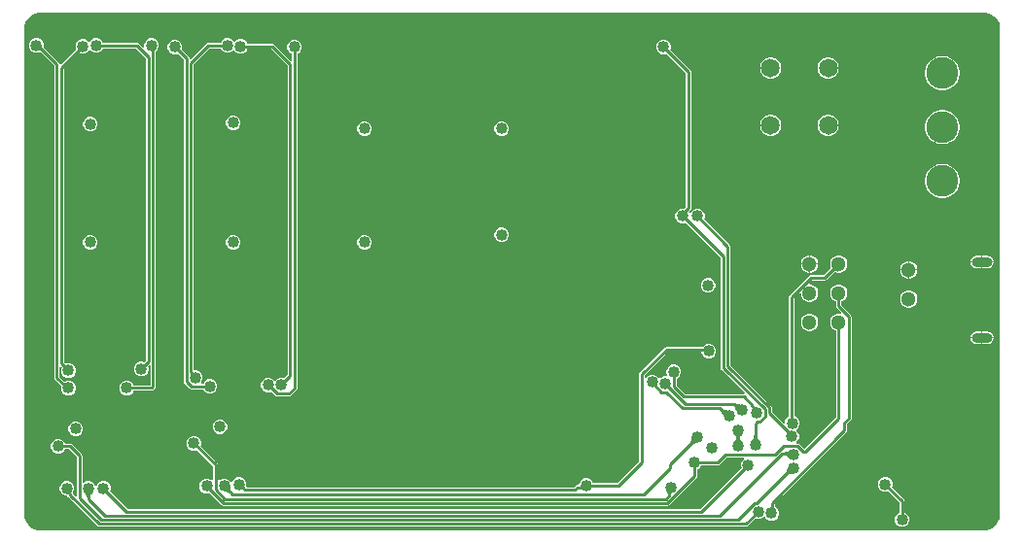
<source format=gbl>
G04*
G04 #@! TF.GenerationSoftware,Altium Limited,Altium Designer,21.0.8 (223)*
G04*
G04 Layer_Physical_Order=4*
G04 Layer_Color=16711680*
%FSLAX25Y25*%
%MOIN*%
G70*
G04*
G04 #@! TF.SameCoordinates,C5FB228B-B928-4E51-BBFA-540A54714D63*
G04*
G04*
G04 #@! TF.FilePolarity,Positive*
G04*
G01*
G75*
%ADD12C,0.01000*%
%ADD66C,0.05118*%
%ADD67C,0.10925*%
%ADD68O,0.07087X0.03543*%
%ADD69C,0.06457*%
%ADD70C,0.02400*%
%ADD71C,0.04000*%
G36*
X330000Y178218D02*
X330514D01*
X331522Y178017D01*
X332472Y177624D01*
X333326Y177053D01*
X334053Y176326D01*
X334624Y175472D01*
X335017Y174522D01*
X335218Y173514D01*
Y173000D01*
X335218Y6000D01*
Y5486D01*
X335017Y4478D01*
X334624Y3528D01*
X334053Y2674D01*
X333326Y1947D01*
X332472Y1376D01*
X331522Y982D01*
X330505Y780D01*
X329967Y768D01*
X329938Y761D01*
X329907Y764D01*
X329785Y727D01*
X329765Y722D01*
X5570D01*
X4562Y923D01*
X3613Y1316D01*
X2758Y1887D01*
X2031Y2614D01*
X1460Y3469D01*
X1067Y4419D01*
X866Y5427D01*
Y5941D01*
Y173000D01*
Y173514D01*
X1067Y174522D01*
X1460Y175472D01*
X2031Y176326D01*
X2758Y177053D01*
X3613Y177624D01*
X4562Y178017D01*
X5570Y178218D01*
X6084Y178218D01*
X330000Y178218D01*
D02*
G37*
%LPC*%
G36*
X44997Y169500D02*
X44003D01*
X43084Y169119D01*
X42381Y168416D01*
X42000Y167497D01*
Y166505D01*
X41994Y166499D01*
X41575Y166223D01*
X40149Y167649D01*
X39851Y167848D01*
X39500Y167918D01*
X27826D01*
X27619Y168416D01*
X26916Y169119D01*
X25997Y169500D01*
X25003D01*
X24084Y169119D01*
X23381Y168416D01*
X23378Y168409D01*
X22807Y168337D01*
X22276Y168868D01*
X21357Y169249D01*
X20362D01*
X19444Y168868D01*
X18740Y168165D01*
X18360Y167246D01*
Y166252D01*
X18566Y165753D01*
X13407Y160594D01*
X12866Y160760D01*
X12848Y160851D01*
X12649Y161149D01*
X7440Y166358D01*
X7500Y166503D01*
Y167497D01*
X7119Y168416D01*
X6416Y169119D01*
X5497Y169500D01*
X4503D01*
X3584Y169119D01*
X2881Y168416D01*
X2500Y167497D01*
Y166503D01*
X2881Y165584D01*
X3584Y164881D01*
X4503Y164500D01*
X5497D01*
X6349Y164853D01*
X11082Y160120D01*
Y53000D01*
X11152Y52649D01*
X11351Y52351D01*
X13560Y50142D01*
X13500Y49997D01*
Y49003D01*
X13881Y48084D01*
X14584Y47381D01*
X15503Y47000D01*
X16497D01*
X17416Y47381D01*
X18119Y48084D01*
X18500Y49003D01*
Y49997D01*
X18119Y50916D01*
X17416Y51619D01*
X16497Y52000D01*
X15503D01*
X14651Y51647D01*
X12918Y53380D01*
Y56631D01*
X13380Y56823D01*
X13706Y56496D01*
X13500Y55997D01*
Y55003D01*
X13881Y54084D01*
X14584Y53381D01*
X15503Y53000D01*
X16497D01*
X17416Y53381D01*
X18119Y54084D01*
X18500Y55003D01*
Y55997D01*
X18119Y56916D01*
X17416Y57619D01*
X16497Y58000D01*
X15503D01*
X15004Y57793D01*
X14418Y58380D01*
Y159009D01*
X19864Y164455D01*
X20362Y164249D01*
X21357D01*
X22276Y164629D01*
X22979Y165333D01*
X22982Y165340D01*
X23553Y165412D01*
X24084Y164881D01*
X25003Y164500D01*
X25997D01*
X26916Y164881D01*
X27619Y165584D01*
X27826Y166082D01*
X39120D01*
X42582Y162620D01*
Y58880D01*
X41996Y58293D01*
X41497Y58500D01*
X40503D01*
X39584Y58119D01*
X38881Y57416D01*
X38500Y56497D01*
Y55503D01*
X38881Y54584D01*
X39584Y53881D01*
X40503Y53500D01*
X41497D01*
X42416Y53881D01*
X43119Y54584D01*
X43500Y55503D01*
Y56497D01*
X43293Y56996D01*
X43620Y57323D01*
X44082Y57131D01*
Y50466D01*
X44034Y50418D01*
X38326D01*
X38119Y50916D01*
X37416Y51619D01*
X36497Y52000D01*
X35503D01*
X34584Y51619D01*
X33881Y50916D01*
X33500Y49997D01*
Y49003D01*
X33881Y48084D01*
X34584Y47381D01*
X35503Y47000D01*
X36497D01*
X37416Y47381D01*
X38119Y48084D01*
X38326Y48582D01*
X44414D01*
X44765Y48652D01*
X45063Y48851D01*
X45649Y49437D01*
X45848Y49735D01*
X45918Y50086D01*
Y164882D01*
X46619Y165584D01*
X47000Y166503D01*
Y167497D01*
X46619Y168416D01*
X45916Y169119D01*
X44997Y169500D01*
D02*
G37*
G36*
X70997D02*
X70003D01*
X69084Y169119D01*
X68381Y168416D01*
X68174Y167918D01*
X64000D01*
X63649Y167848D01*
X63351Y167649D01*
X57880Y162177D01*
X57418Y162369D01*
Y162500D01*
X57348Y162851D01*
X57149Y163149D01*
X54794Y165504D01*
X55000Y166003D01*
Y166997D01*
X54619Y167916D01*
X53916Y168619D01*
X52997Y169000D01*
X52003D01*
X51084Y168619D01*
X50381Y167916D01*
X50000Y166997D01*
Y166003D01*
X50381Y165084D01*
X51084Y164381D01*
X52003Y164000D01*
X52997D01*
X53496Y164207D01*
X55582Y162120D01*
Y51757D01*
X55652Y51406D01*
X55851Y51108D01*
X57608Y49351D01*
X57906Y49152D01*
X58257Y49082D01*
X62174D01*
X62381Y48584D01*
X63084Y47881D01*
X64003Y47500D01*
X64997D01*
X65916Y47881D01*
X66619Y48584D01*
X67000Y49503D01*
Y50497D01*
X66619Y51416D01*
X65916Y52119D01*
X64997Y52500D01*
X64003D01*
X63084Y52119D01*
X62381Y51416D01*
X62174Y50918D01*
X61607D01*
X61415Y51380D01*
X61619Y51584D01*
X62000Y52503D01*
Y53497D01*
X61619Y54416D01*
X60916Y55119D01*
X59997Y55500D01*
X59003D01*
X58918Y55962D01*
Y160620D01*
X64380Y166082D01*
X68174D01*
X68381Y165584D01*
X69084Y164881D01*
X70003Y164500D01*
X70997D01*
X71916Y164881D01*
X72339Y165304D01*
X72873Y165321D01*
X73576Y164618D01*
X74495Y164237D01*
X75490D01*
X76408Y164618D01*
X77112Y165321D01*
X77318Y165820D01*
X85382D01*
X91082Y160120D01*
Y53880D01*
X89996Y52794D01*
X89497Y53000D01*
X88503D01*
X87584Y52619D01*
X87077Y52112D01*
X86750Y51972D01*
X86423Y52112D01*
X85916Y52619D01*
X84997Y53000D01*
X84003D01*
X83084Y52619D01*
X82381Y51916D01*
X82000Y50997D01*
Y50003D01*
X82381Y49084D01*
X83084Y48381D01*
X84003Y48000D01*
X84997D01*
X85496Y48206D01*
X86851Y46851D01*
X87149Y46652D01*
X87500Y46582D01*
X91561D01*
X91912Y46652D01*
X92210Y46851D01*
X94072Y48714D01*
X94271Y49011D01*
X94341Y49362D01*
Y164142D01*
X94916Y164381D01*
X95619Y165084D01*
X96000Y166003D01*
Y166997D01*
X95619Y167916D01*
X94916Y168619D01*
X93997Y169000D01*
X93003D01*
X92084Y168619D01*
X91381Y167916D01*
X91000Y166997D01*
Y166003D01*
X91381Y165084D01*
X92084Y164381D01*
X92506Y164206D01*
Y161945D01*
X92044Y161754D01*
X86411Y167386D01*
X86114Y167585D01*
X85763Y167655D01*
X77318D01*
X77112Y168154D01*
X76408Y168857D01*
X75490Y169237D01*
X74495D01*
X73576Y168857D01*
X73153Y168434D01*
X72619Y168416D01*
X71916Y169119D01*
X70997Y169500D01*
D02*
G37*
G36*
X276820Y162971D02*
X275865D01*
X274942Y162724D01*
X274115Y162246D01*
X273439Y161570D01*
X272961Y160743D01*
X272714Y159820D01*
Y158865D01*
X272961Y157942D01*
X273439Y157115D01*
X274115Y156439D01*
X274942Y155961D01*
X275865Y155714D01*
X276820D01*
X277743Y155961D01*
X278570Y156439D01*
X279246Y157115D01*
X279724Y157942D01*
X279971Y158865D01*
Y159820D01*
X279724Y160743D01*
X279246Y161570D01*
X278570Y162246D01*
X277743Y162724D01*
X276820Y162971D01*
D02*
G37*
G36*
X257135D02*
X256180D01*
X255257Y162724D01*
X254430Y162246D01*
X253754Y161570D01*
X253276Y160743D01*
X253029Y159820D01*
Y158865D01*
X253276Y157942D01*
X253754Y157115D01*
X254430Y156439D01*
X255257Y155961D01*
X256180Y155714D01*
X257135D01*
X258058Y155961D01*
X258885Y156439D01*
X259561Y157115D01*
X260039Y157942D01*
X260286Y158865D01*
Y159820D01*
X260039Y160743D01*
X259561Y161570D01*
X258885Y162246D01*
X258058Y162724D01*
X257135Y162971D01*
D02*
G37*
G36*
X316077Y163366D02*
X314923D01*
X313790Y163141D01*
X312723Y162699D01*
X311763Y162058D01*
X310946Y161241D01*
X310305Y160281D01*
X309863Y159214D01*
X309637Y158081D01*
Y156927D01*
X309863Y155794D01*
X310305Y154727D01*
X310946Y153767D01*
X311763Y152950D01*
X312723Y152309D01*
X313790Y151867D01*
X314923Y151641D01*
X316077D01*
X317210Y151867D01*
X318277Y152309D01*
X319237Y152950D01*
X320054Y153767D01*
X320695Y154727D01*
X321137Y155794D01*
X321363Y156927D01*
Y158081D01*
X321137Y159214D01*
X320695Y160281D01*
X320054Y161241D01*
X319237Y162058D01*
X318277Y162699D01*
X317210Y163141D01*
X316077Y163366D01*
D02*
G37*
G36*
X72997Y143000D02*
X72003D01*
X71084Y142619D01*
X70381Y141916D01*
X70000Y140997D01*
Y140003D01*
X70381Y139084D01*
X71084Y138381D01*
X72003Y138000D01*
X72997D01*
X73916Y138381D01*
X74619Y139084D01*
X75000Y140003D01*
Y140997D01*
X74619Y141916D01*
X73916Y142619D01*
X72997Y143000D01*
D02*
G37*
G36*
X23997Y142500D02*
X23003D01*
X22084Y142119D01*
X21381Y141416D01*
X21000Y140497D01*
Y139503D01*
X21381Y138584D01*
X22084Y137881D01*
X23003Y137500D01*
X23997D01*
X24916Y137881D01*
X25619Y138584D01*
X26000Y139503D01*
Y140497D01*
X25619Y141416D01*
X24916Y142119D01*
X23997Y142500D01*
D02*
G37*
G36*
X276820Y143286D02*
X275865D01*
X274942Y143039D01*
X274115Y142561D01*
X273439Y141885D01*
X272961Y141058D01*
X272714Y140135D01*
Y139180D01*
X272961Y138257D01*
X273439Y137430D01*
X274115Y136754D01*
X274942Y136276D01*
X275865Y136029D01*
X276820D01*
X277743Y136276D01*
X278570Y136754D01*
X279246Y137430D01*
X279724Y138257D01*
X279971Y139180D01*
Y140135D01*
X279724Y141058D01*
X279246Y141885D01*
X278570Y142561D01*
X277743Y143039D01*
X276820Y143286D01*
D02*
G37*
G36*
X257135D02*
X256180D01*
X255257Y143039D01*
X254430Y142561D01*
X253754Y141885D01*
X253276Y141058D01*
X253029Y140135D01*
Y139180D01*
X253276Y138257D01*
X253754Y137430D01*
X254430Y136754D01*
X255257Y136276D01*
X256180Y136029D01*
X257135D01*
X258058Y136276D01*
X258885Y136754D01*
X259561Y137430D01*
X260039Y138257D01*
X260286Y139180D01*
Y140135D01*
X260039Y141058D01*
X259561Y141885D01*
X258885Y142561D01*
X258058Y143039D01*
X257135Y143286D01*
D02*
G37*
G36*
X164997Y141000D02*
X164003D01*
X163084Y140619D01*
X162381Y139916D01*
X162000Y138997D01*
Y138003D01*
X162381Y137084D01*
X163084Y136381D01*
X164003Y136000D01*
X164997D01*
X165916Y136381D01*
X166619Y137084D01*
X167000Y138003D01*
Y138997D01*
X166619Y139916D01*
X165916Y140619D01*
X164997Y141000D01*
D02*
G37*
G36*
X117997D02*
X117003D01*
X116084Y140619D01*
X115381Y139916D01*
X115000Y138997D01*
Y138003D01*
X115381Y137084D01*
X116084Y136381D01*
X117003Y136000D01*
X117997D01*
X118916Y136381D01*
X119619Y137084D01*
X120000Y138003D01*
Y138997D01*
X119619Y139916D01*
X118916Y140619D01*
X117997Y141000D01*
D02*
G37*
G36*
X316077Y144863D02*
X314923D01*
X313790Y144637D01*
X312723Y144195D01*
X311763Y143554D01*
X310946Y142737D01*
X310305Y141777D01*
X309863Y140710D01*
X309637Y139577D01*
Y138423D01*
X309863Y137290D01*
X310305Y136223D01*
X310946Y135263D01*
X311763Y134446D01*
X312723Y133805D01*
X313790Y133363D01*
X314923Y133137D01*
X316077D01*
X317210Y133363D01*
X318277Y133805D01*
X319237Y134446D01*
X320054Y135263D01*
X320695Y136223D01*
X321137Y137290D01*
X321363Y138423D01*
Y139577D01*
X321137Y140710D01*
X320695Y141777D01*
X320054Y142737D01*
X319237Y143554D01*
X318277Y144195D01*
X317210Y144637D01*
X316077Y144863D01*
D02*
G37*
G36*
Y126359D02*
X314923D01*
X313790Y126133D01*
X312723Y125691D01*
X311763Y125050D01*
X310946Y124233D01*
X310305Y123273D01*
X309863Y122206D01*
X309637Y121073D01*
Y119919D01*
X309863Y118786D01*
X310305Y117719D01*
X310946Y116759D01*
X311763Y115942D01*
X312723Y115301D01*
X313790Y114859D01*
X314923Y114634D01*
X316077D01*
X317210Y114859D01*
X318277Y115301D01*
X319237Y115942D01*
X320054Y116759D01*
X320695Y117719D01*
X321137Y118786D01*
X321363Y119919D01*
Y121073D01*
X321137Y122206D01*
X320695Y123273D01*
X320054Y124233D01*
X319237Y125050D01*
X318277Y125691D01*
X317210Y126133D01*
X316077Y126359D01*
D02*
G37*
G36*
X164997Y104500D02*
X164003D01*
X163084Y104119D01*
X162381Y103416D01*
X162000Y102497D01*
Y101503D01*
X162381Y100584D01*
X163084Y99881D01*
X164003Y99500D01*
X164997D01*
X165916Y99881D01*
X166619Y100584D01*
X167000Y101503D01*
Y102497D01*
X166619Y103416D01*
X165916Y104119D01*
X164997Y104500D01*
D02*
G37*
G36*
X117997Y102000D02*
X117003D01*
X116084Y101619D01*
X115381Y100916D01*
X115000Y99997D01*
Y99003D01*
X115381Y98084D01*
X116084Y97381D01*
X117003Y97000D01*
X117997D01*
X118916Y97381D01*
X119619Y98084D01*
X120000Y99003D01*
Y99997D01*
X119619Y100916D01*
X118916Y101619D01*
X117997Y102000D01*
D02*
G37*
G36*
X72997D02*
X72003D01*
X71084Y101619D01*
X70381Y100916D01*
X70000Y99997D01*
Y99003D01*
X70381Y98084D01*
X71084Y97381D01*
X72003Y97000D01*
X72997D01*
X73916Y97381D01*
X74619Y98084D01*
X75000Y99003D01*
Y99997D01*
X74619Y100916D01*
X73916Y101619D01*
X72997Y102000D01*
D02*
G37*
G36*
X23997D02*
X23003D01*
X22084Y101619D01*
X21381Y100916D01*
X21000Y99997D01*
Y99003D01*
X21381Y98084D01*
X22084Y97381D01*
X23003Y97000D01*
X23997D01*
X24916Y97381D01*
X25619Y98084D01*
X26000Y99003D01*
Y99997D01*
X25619Y100916D01*
X24916Y101619D01*
X23997Y102000D01*
D02*
G37*
G36*
X330833Y94931D02*
X329261D01*
Y92917D01*
X333007D01*
X332878Y93564D01*
X332398Y94282D01*
X331680Y94762D01*
X330833Y94931D01*
D02*
G37*
G36*
X328861D02*
X327289D01*
X326442Y94762D01*
X325724Y94282D01*
X325244Y93564D01*
X325115Y92917D01*
X328861D01*
Y94931D01*
D02*
G37*
G36*
X270390Y94959D02*
X270200D01*
Y92200D01*
X272959D01*
Y92390D01*
X272757Y93142D01*
X272368Y93817D01*
X271817Y94368D01*
X271142Y94757D01*
X270390Y94959D01*
D02*
G37*
G36*
X269800D02*
X269610D01*
X268858Y94757D01*
X268183Y94368D01*
X267632Y93817D01*
X267243Y93142D01*
X267041Y92390D01*
Y92200D01*
X269800D01*
Y94959D01*
D02*
G37*
G36*
X333007Y92516D02*
X329261D01*
Y90502D01*
X330833D01*
X331680Y90671D01*
X332398Y91151D01*
X332878Y91869D01*
X333007Y92516D01*
D02*
G37*
G36*
X328861D02*
X325115D01*
X325244Y91869D01*
X325724Y91151D01*
X326442Y90671D01*
X327289Y90502D01*
X328861D01*
Y92516D01*
D02*
G37*
G36*
X304390Y92959D02*
X304200D01*
Y90200D01*
X306959D01*
Y90390D01*
X306757Y91142D01*
X306368Y91817D01*
X305817Y92368D01*
X305142Y92757D01*
X304390Y92959D01*
D02*
G37*
G36*
X303800D02*
X303610D01*
X302858Y92757D01*
X302183Y92368D01*
X301632Y91817D01*
X301243Y91142D01*
X301041Y90390D01*
Y90200D01*
X303800D01*
Y92959D01*
D02*
G37*
G36*
X220460Y169055D02*
X219465D01*
X218546Y168674D01*
X217843Y167971D01*
X217463Y167052D01*
Y166058D01*
X217843Y165139D01*
X218546Y164435D01*
X219465Y164055D01*
X220460D01*
X220958Y164261D01*
X227630Y157590D01*
Y111739D01*
X226890Y111000D01*
X226003D01*
X225084Y110619D01*
X224381Y109916D01*
X224000Y108997D01*
Y108003D01*
X224381Y107084D01*
X225084Y106381D01*
X226003Y106000D01*
X226997D01*
X227496Y106207D01*
X239582Y94120D01*
Y56417D01*
X239652Y56066D01*
X239851Y55768D01*
X247755Y47865D01*
X247508Y47404D01*
X247440Y47418D01*
X227380D01*
X224418Y50380D01*
Y52674D01*
X224916Y52881D01*
X225619Y53584D01*
X226000Y54503D01*
Y55497D01*
X225619Y56416D01*
X224916Y57119D01*
X223997Y57500D01*
X223003D01*
X222084Y57119D01*
X221381Y56416D01*
X221000Y55497D01*
Y54503D01*
X221237Y53931D01*
X221149Y53769D01*
X220879Y53489D01*
X220003D01*
X219084Y53108D01*
X218761Y52786D01*
X218172Y52903D01*
X218152Y52949D01*
X217449Y53652D01*
X216530Y54033D01*
X215536D01*
X214617Y53652D01*
X213918Y52953D01*
X213894Y52953D01*
X213418Y53058D01*
Y53842D01*
X221423Y61848D01*
X233000D01*
Y61668D01*
X233381Y60749D01*
X234084Y60046D01*
X235003Y59665D01*
X235997D01*
X236916Y60046D01*
X237619Y60749D01*
X238000Y61668D01*
Y62663D01*
X237619Y63582D01*
X236916Y64285D01*
X235997Y64665D01*
X235003D01*
X234084Y64285D01*
X233471Y63672D01*
X233414Y63683D01*
X221043D01*
X220692Y63613D01*
X220394Y63414D01*
X211851Y54871D01*
X211652Y54574D01*
X211582Y54223D01*
Y24380D01*
X204120Y16918D01*
X195826D01*
X195619Y17416D01*
X194916Y18119D01*
X193997Y18500D01*
X193003D01*
X192084Y18119D01*
X191381Y17416D01*
X191000Y16497D01*
Y16344D01*
X190426D01*
X190075Y16274D01*
X189777Y16075D01*
X189120Y15418D01*
X77287D01*
X76940Y15862D01*
Y16857D01*
X76559Y17776D01*
X75856Y18479D01*
X74937Y18859D01*
X73943D01*
X73024Y18479D01*
X72321Y17776D01*
X72080Y17196D01*
X71539D01*
X71498Y17295D01*
X70795Y17998D01*
X69876Y18379D01*
X68881D01*
X67962Y17998D01*
X67758Y17794D01*
X67296Y17985D01*
Y23121D01*
X67226Y23472D01*
X67027Y23770D01*
X61294Y29504D01*
X61500Y30003D01*
Y30997D01*
X61119Y31916D01*
X60416Y32619D01*
X59497Y33000D01*
X58503D01*
X57584Y32619D01*
X56881Y31916D01*
X56500Y30997D01*
Y30003D01*
X56881Y29084D01*
X57584Y28381D01*
X58503Y28000D01*
X59497D01*
X59996Y28207D01*
X65461Y22741D01*
Y17947D01*
X64999Y17756D01*
X64795Y17960D01*
X63876Y18341D01*
X62881D01*
X61962Y17960D01*
X61259Y17257D01*
X60879Y16338D01*
Y15344D01*
X61259Y14425D01*
X61962Y13722D01*
X62881Y13341D01*
X63876D01*
X64244Y13493D01*
X68386Y9351D01*
X68684Y9152D01*
X69035Y9082D01*
X221257D01*
X221608Y9152D01*
X221906Y9351D01*
X224821Y12266D01*
X224948Y12351D01*
X231177Y18580D01*
X231376Y18878D01*
X231446Y19229D01*
Y21524D01*
X231945Y21731D01*
X232648Y22434D01*
X232854Y22933D01*
X238608D01*
X238959Y23003D01*
X239257Y23201D01*
X241637Y25582D01*
X247395D01*
X247529Y25254D01*
X247547Y25082D01*
X246881Y24416D01*
X246500Y23497D01*
Y22503D01*
X246707Y22004D01*
X232620Y7918D01*
X36380D01*
X30294Y14004D01*
X30500Y14503D01*
Y15497D01*
X30119Y16416D01*
X29416Y17119D01*
X28497Y17500D01*
X27503D01*
X26584Y17119D01*
X25881Y16416D01*
X25660Y15883D01*
X25118D01*
X24898Y16416D01*
X24194Y17119D01*
X23276Y17500D01*
X22281D01*
X21362Y17119D01*
X21158Y16915D01*
X20696Y17107D01*
Y26222D01*
X20626Y26573D01*
X20427Y26871D01*
X17149Y30149D01*
X16851Y30348D01*
X16500Y30418D01*
X14826D01*
X14619Y30916D01*
X13916Y31619D01*
X12997Y32000D01*
X12003D01*
X11084Y31619D01*
X10381Y30916D01*
X10000Y29997D01*
Y29003D01*
X10381Y28084D01*
X11084Y27381D01*
X12003Y27000D01*
X12997D01*
X13916Y27381D01*
X14619Y28084D01*
X14826Y28582D01*
X16120D01*
X18861Y25842D01*
Y12402D01*
X18361Y12195D01*
X17612Y12944D01*
X17598Y13563D01*
X17619Y13584D01*
X18000Y14503D01*
Y15497D01*
X17619Y16416D01*
X16916Y17119D01*
X15997Y17500D01*
X15003D01*
X14084Y17119D01*
X13381Y16416D01*
X13000Y15497D01*
Y14503D01*
X13381Y13584D01*
X14084Y12881D01*
X15003Y12500D01*
X15634D01*
X15652Y12406D01*
X15851Y12109D01*
X25809Y2151D01*
X26106Y1952D01*
X26457Y1882D01*
X248198D01*
X248550Y1952D01*
X248847Y2151D01*
X251372Y4676D01*
X251871Y4470D01*
X252865D01*
X253784Y4850D01*
X254245Y5311D01*
X254835Y5194D01*
X254881Y5084D01*
X255584Y4381D01*
X256503Y4000D01*
X257497D01*
X258416Y4381D01*
X259119Y5084D01*
X259500Y6003D01*
Y6997D01*
X259119Y7916D01*
X258416Y8619D01*
X258012Y8787D01*
Y9620D01*
X282649Y34257D01*
X282848Y34555D01*
X282918Y34906D01*
Y37120D01*
X284108Y38310D01*
X284307Y38608D01*
X284377Y38959D01*
Y73997D01*
X284307Y74348D01*
X284108Y74646D01*
X280918Y77836D01*
Y79182D01*
X281142Y79243D01*
X281817Y79632D01*
X282368Y80183D01*
X282757Y80858D01*
X282959Y81610D01*
Y82390D01*
X282757Y83142D01*
X282368Y83817D01*
X281817Y84368D01*
X281142Y84757D01*
X280390Y84959D01*
X279610D01*
X278858Y84757D01*
X278183Y84368D01*
X277632Y83817D01*
X277243Y83142D01*
X277041Y82390D01*
Y81610D01*
X277243Y80858D01*
X277632Y80183D01*
X278183Y79632D01*
X278858Y79243D01*
X279082Y79182D01*
Y77456D01*
X279152Y77105D01*
X279351Y76807D01*
X280788Y75370D01*
X280530Y74922D01*
X280390Y74959D01*
X279610D01*
X278858Y74757D01*
X278183Y74368D01*
X277632Y73817D01*
X277243Y73142D01*
X277041Y72390D01*
Y71610D01*
X277243Y70858D01*
X277632Y70183D01*
X278183Y69632D01*
X278858Y69243D01*
X279082Y69182D01*
Y39400D01*
X268145Y28463D01*
X268077D01*
X266391Y30149D01*
X266094Y30348D01*
X265743Y30418D01*
X265660D01*
X265453Y30918D01*
X265998Y31462D01*
X266379Y32381D01*
Y33376D01*
X265998Y34295D01*
X265546Y34747D01*
X265474Y35229D01*
X265580Y35366D01*
X266173Y35959D01*
X266553Y36878D01*
Y37873D01*
X266173Y38791D01*
X265470Y39495D01*
X264682Y39821D01*
Y80276D01*
X266541Y82135D01*
X267041Y81928D01*
Y81610D01*
X267243Y80858D01*
X267632Y80183D01*
X268183Y79632D01*
X268858Y79243D01*
X269610Y79041D01*
X270390D01*
X271142Y79243D01*
X271817Y79632D01*
X272368Y80183D01*
X272757Y80858D01*
X272959Y81610D01*
Y82390D01*
X272757Y83142D01*
X272368Y83817D01*
X271817Y84368D01*
X271142Y84757D01*
X270390Y84959D01*
X270072D01*
X269865Y85459D01*
X270811Y86405D01*
X275322D01*
X275674Y86475D01*
X275971Y86674D01*
X278657Y89359D01*
X278858Y89243D01*
X279610Y89041D01*
X280390D01*
X281142Y89243D01*
X281817Y89632D01*
X282368Y90183D01*
X282757Y90858D01*
X282959Y91610D01*
Y92390D01*
X282757Y93142D01*
X282368Y93817D01*
X281817Y94368D01*
X281142Y94757D01*
X280390Y94959D01*
X279610D01*
X278858Y94757D01*
X278183Y94368D01*
X277632Y93817D01*
X277243Y93142D01*
X277041Y92390D01*
Y91610D01*
X277243Y90858D01*
X277359Y90657D01*
X274942Y88240D01*
X270431D01*
X270079Y88170D01*
X269782Y87971D01*
X263115Y81305D01*
X262916Y81007D01*
X262846Y80656D01*
Y39581D01*
X262637Y39495D01*
X261934Y38791D01*
X261554Y37873D01*
Y37451D01*
X261053Y37244D01*
X257026Y41271D01*
Y42788D01*
X256956Y43140D01*
X256757Y43437D01*
X242918Y57277D01*
Y98047D01*
X242848Y98398D01*
X242649Y98696D01*
X233841Y107504D01*
X234047Y108003D01*
Y108997D01*
X233667Y109916D01*
X232963Y110619D01*
X232045Y111000D01*
X231050D01*
X230131Y110619D01*
X229428Y109916D01*
X229294Y109594D01*
X228753D01*
X228619Y109916D01*
X228511Y110025D01*
X229196Y110710D01*
X229395Y111008D01*
X229465Y111359D01*
Y157970D01*
X229395Y158321D01*
X229196Y158619D01*
X222256Y165559D01*
X222463Y166058D01*
Y167052D01*
X222082Y167971D01*
X221379Y168674D01*
X220460Y169055D01*
D02*
G37*
G36*
X272959Y91800D02*
X270200D01*
Y89041D01*
X270390D01*
X271142Y89243D01*
X271817Y89632D01*
X272368Y90183D01*
X272757Y90858D01*
X272959Y91610D01*
Y91800D01*
D02*
G37*
G36*
X269800D02*
X267041D01*
Y91610D01*
X267243Y90858D01*
X267632Y90183D01*
X268183Y89632D01*
X268858Y89243D01*
X269610Y89041D01*
X269800D01*
Y91800D01*
D02*
G37*
G36*
X306959Y89800D02*
X304200D01*
Y87041D01*
X304390D01*
X305142Y87243D01*
X305817Y87632D01*
X306368Y88183D01*
X306757Y88858D01*
X306959Y89610D01*
Y89800D01*
D02*
G37*
G36*
X303800D02*
X301041D01*
Y89610D01*
X301243Y88858D01*
X301632Y88183D01*
X302183Y87632D01*
X302858Y87243D01*
X303610Y87041D01*
X303800D01*
Y89800D01*
D02*
G37*
G36*
X235710Y87199D02*
X234716D01*
X233797Y86819D01*
X233094Y86115D01*
X232713Y85197D01*
Y84202D01*
X233094Y83283D01*
X233797Y82580D01*
X234716Y82199D01*
X235710D01*
X236629Y82580D01*
X237332Y83283D01*
X237713Y84202D01*
Y85197D01*
X237332Y86115D01*
X236629Y86819D01*
X235710Y87199D01*
D02*
G37*
G36*
X304390Y82959D02*
X303610D01*
X302858Y82757D01*
X302183Y82368D01*
X301632Y81817D01*
X301243Y81142D01*
X301041Y80390D01*
Y79610D01*
X301243Y78858D01*
X301632Y78183D01*
X302183Y77632D01*
X302858Y77243D01*
X303610Y77041D01*
X304390D01*
X305142Y77243D01*
X305817Y77632D01*
X306368Y78183D01*
X306757Y78858D01*
X306959Y79610D01*
Y80390D01*
X306757Y81142D01*
X306368Y81817D01*
X305817Y82368D01*
X305142Y82757D01*
X304390Y82959D01*
D02*
G37*
G36*
X270390Y74959D02*
X269610D01*
X268858Y74757D01*
X268183Y74368D01*
X267632Y73817D01*
X267243Y73142D01*
X267041Y72390D01*
Y71610D01*
X267243Y70858D01*
X267632Y70183D01*
X268183Y69632D01*
X268858Y69243D01*
X269610Y69041D01*
X270390D01*
X271142Y69243D01*
X271817Y69632D01*
X272368Y70183D01*
X272757Y70858D01*
X272959Y71610D01*
Y72390D01*
X272757Y73142D01*
X272368Y73817D01*
X271817Y74368D01*
X271142Y74757D01*
X270390Y74959D01*
D02*
G37*
G36*
X330833Y68946D02*
X329261D01*
Y66932D01*
X333007D01*
X332878Y67580D01*
X332398Y68298D01*
X331680Y68778D01*
X330833Y68946D01*
D02*
G37*
G36*
X328861D02*
X327289D01*
X326442Y68778D01*
X325724Y68298D01*
X325244Y67580D01*
X325115Y66932D01*
X328861D01*
Y68946D01*
D02*
G37*
G36*
X333007Y66532D02*
X329261D01*
Y64518D01*
X330833D01*
X331680Y64687D01*
X332398Y65167D01*
X332878Y65885D01*
X333007Y66532D01*
D02*
G37*
G36*
X328861D02*
X325115D01*
X325244Y65885D01*
X325724Y65167D01*
X326442Y64687D01*
X327289Y64518D01*
X328861D01*
Y66532D01*
D02*
G37*
G36*
X68344Y38717D02*
X67350D01*
X66431Y38337D01*
X65728Y37634D01*
X65347Y36715D01*
Y35720D01*
X65728Y34801D01*
X66431Y34098D01*
X67350Y33718D01*
X68344D01*
X69263Y34098D01*
X69966Y34801D01*
X70347Y35720D01*
Y36715D01*
X69966Y37634D01*
X69263Y38337D01*
X68344Y38717D01*
D02*
G37*
G36*
X18997Y38000D02*
X18003D01*
X17084Y37619D01*
X16381Y36916D01*
X16000Y35997D01*
Y35003D01*
X16381Y34084D01*
X17084Y33381D01*
X18003Y33000D01*
X18997D01*
X19916Y33381D01*
X20619Y34084D01*
X21000Y35003D01*
Y35997D01*
X20619Y36916D01*
X19916Y37619D01*
X18997Y38000D01*
D02*
G37*
G36*
X296461Y18883D02*
X295466D01*
X294547Y18502D01*
X293844Y17799D01*
X293463Y16880D01*
Y15885D01*
X293844Y14966D01*
X294547Y14263D01*
X295466Y13883D01*
X296461D01*
X296959Y14089D01*
X300790Y10258D01*
Y6618D01*
X300291Y6412D01*
X299588Y5709D01*
X299207Y4790D01*
Y3795D01*
X299588Y2876D01*
X300291Y2173D01*
X301210Y1792D01*
X302205D01*
X303124Y2173D01*
X303827Y2876D01*
X304207Y3795D01*
Y4790D01*
X303827Y5709D01*
X303124Y6412D01*
X302625Y6618D01*
Y10639D01*
X302555Y10990D01*
X302356Y11287D01*
X298257Y15387D01*
X298463Y15885D01*
Y16880D01*
X298083Y17799D01*
X297379Y18502D01*
X296461Y18883D01*
D02*
G37*
%LPD*%
G36*
X58456Y55339D02*
X58790Y55051D01*
X58855Y55007D01*
X58912Y54975D01*
X58962Y54954D01*
X59005Y54945D01*
X59039Y54946D01*
X57907Y54210D01*
X57925Y54242D01*
X57933Y54278D01*
X57931Y54319D01*
X57920Y54365D01*
X57899Y54415D01*
X57868Y54469D01*
X57827Y54528D01*
X57776Y54592D01*
X57716Y54660D01*
X57647Y54732D01*
X58354Y55439D01*
X58456Y55339D01*
D02*
G37*
G36*
X244728Y44112D02*
X244868Y44014D01*
X245018Y43935D01*
X245177Y43876D01*
X245344Y43837D01*
X245521Y43816D01*
X245706Y43816D01*
X245901Y43834D01*
X246104Y43872D01*
X246317Y43930D01*
X244988Y41465D01*
X244910Y41726D01*
X244661Y42405D01*
X244574Y42598D01*
X244394Y42931D01*
X244301Y43072D01*
X244206Y43196D01*
X244109Y43302D01*
X244596Y44230D01*
X244728Y44112D01*
D02*
G37*
G36*
X240329Y42171D02*
X240469Y42073D01*
X240620Y41993D01*
X240780Y41931D01*
X240951Y41887D01*
X241131Y41861D01*
X241321Y41853D01*
X241522Y41864D01*
X241732Y41892D01*
X241953Y41939D01*
X240482Y39556D01*
X240419Y39815D01*
X240206Y40493D01*
X240127Y40687D01*
X239955Y41024D01*
X239862Y41168D01*
X239766Y41296D01*
X239665Y41407D01*
X240198Y42288D01*
X240329Y42171D01*
D02*
G37*
G36*
X252009Y32971D02*
X252036Y32804D01*
X252081Y32636D01*
X252144Y32467D01*
X252225Y32296D01*
X252324Y32125D01*
X252441Y31953D01*
X252576Y31779D01*
X252729Y31604D01*
X252900Y31428D01*
X250100D01*
X250271Y31604D01*
X250559Y31953D01*
X250676Y32125D01*
X250775Y32296D01*
X250856Y32467D01*
X250919Y32636D01*
X250964Y32804D01*
X250991Y32971D01*
X251000Y33136D01*
X252000D01*
X252009Y32971D01*
D02*
G37*
G36*
X246729Y33396D02*
X246441Y33048D01*
X246324Y32875D01*
X246225Y32704D01*
X246144Y32533D01*
X246081Y32364D01*
X246050Y32250D01*
X246081Y32136D01*
X246144Y31967D01*
X246225Y31796D01*
X246324Y31625D01*
X246441Y31453D01*
X246576Y31279D01*
X246729Y31104D01*
X246900Y30928D01*
X244100D01*
X244271Y31104D01*
X244559Y31453D01*
X244676Y31625D01*
X244775Y31796D01*
X244856Y31967D01*
X244919Y32136D01*
X244950Y32250D01*
X244919Y32364D01*
X244856Y32533D01*
X244775Y32704D01*
X244676Y32875D01*
X244559Y33048D01*
X244424Y33221D01*
X244271Y33396D01*
X244100Y33572D01*
X246900D01*
X246729Y33396D01*
D02*
G37*
G36*
X231480Y30500D02*
X231235Y30497D01*
X230785Y30454D01*
X230580Y30415D01*
X230389Y30364D01*
X230211Y30300D01*
X230047Y30225D01*
X229896Y30138D01*
X229759Y30040D01*
X229636Y29929D01*
X228929Y30636D01*
X229040Y30759D01*
X229138Y30896D01*
X229225Y31047D01*
X229300Y31211D01*
X229363Y31389D01*
X229415Y31580D01*
X229454Y31785D01*
X229481Y32003D01*
X229497Y32235D01*
X229500Y32480D01*
X231480Y30500D01*
D02*
G37*
G36*
X262767Y25501D02*
X262649Y25691D01*
X262524Y25861D01*
X262393Y26011D01*
X262256Y26141D01*
X262113Y26250D01*
X261963Y26340D01*
X261807Y26410D01*
X261644Y26460D01*
X261475Y26490D01*
X261300Y26500D01*
X261568Y27500D01*
X261716Y27507D01*
X261874Y27529D01*
X262040Y27564D01*
X262216Y27614D01*
X262402Y27678D01*
X262800Y27849D01*
X263013Y27956D01*
X263467Y28213D01*
X262767Y25501D01*
D02*
G37*
G36*
X264127Y20035D02*
X263899Y20071D01*
X263683Y20090D01*
X263478Y20092D01*
X263283Y20078D01*
X263100Y20046D01*
X262927Y19998D01*
X262765Y19933D01*
X262614Y19851D01*
X262474Y19753D01*
X262345Y19637D01*
X261769Y20476D01*
X261873Y20591D01*
X261971Y20722D01*
X262062Y20868D01*
X262147Y21030D01*
X262226Y21208D01*
X262299Y21402D01*
X262426Y21836D01*
X262480Y22077D01*
X262528Y22334D01*
X264127Y20035D01*
D02*
G37*
G36*
X76376Y15823D02*
X76376Y15725D01*
X76390Y15625D01*
X76418Y15522D01*
X76460Y15417D01*
X76516Y15310D01*
X76586Y15199D01*
X76670Y15087D01*
X76767Y14971D01*
X76879Y14854D01*
X76172Y14146D01*
X76066Y14247D01*
X75961Y14333D01*
X75858Y14404D01*
X75756Y14462D01*
X75657Y14505D01*
X75559Y14533D01*
X75463Y14548D01*
X75369Y14547D01*
X75277Y14533D01*
X75187Y14504D01*
X76391Y15919D01*
X76376Y15823D01*
D02*
G37*
G36*
X71382Y15613D02*
X71425Y15163D01*
X71464Y14959D01*
X71515Y14767D01*
X71578Y14590D01*
X71653Y14426D01*
X71740Y14275D01*
X71839Y14138D01*
X71950Y14014D01*
X71243Y13307D01*
X71119Y13418D01*
X70982Y13517D01*
X70832Y13604D01*
X70667Y13679D01*
X70490Y13742D01*
X70299Y13793D01*
X70094Y13833D01*
X69876Y13860D01*
X69644Y13875D01*
X69399Y13879D01*
X71379Y15859D01*
X71382Y15613D01*
D02*
G37*
G36*
X222945Y13460D02*
X222838Y13425D01*
X222742Y13380D01*
X222658Y13323D01*
X222584Y13254D01*
X222522Y13175D01*
X222472Y13083D01*
X222432Y12981D01*
X222404Y12867D01*
X222387Y12741D01*
X222382Y12604D01*
X221382D01*
X221378Y12800D01*
X221346Y13157D01*
X221318Y13318D01*
X221281Y13468D01*
X221237Y13607D01*
X221185Y13734D01*
X221125Y13850D01*
X221057Y13955D01*
X220981Y14048D01*
X222945Y13460D01*
D02*
G37*
G36*
X24007Y13396D02*
X23719Y13047D01*
X23602Y12875D01*
X23503Y12704D01*
X23422Y12533D01*
X23359Y12364D01*
X23314Y12196D01*
X23287Y12029D01*
X23278Y11863D01*
X22278D01*
X22269Y12029D01*
X22242Y12196D01*
X22197Y12364D01*
X22134Y12533D01*
X22053Y12704D01*
X21954Y12875D01*
X21837Y13047D01*
X21702Y13221D01*
X21549Y13396D01*
X21378Y13572D01*
X24178D01*
X24007Y13396D01*
D02*
G37*
D12*
X233440Y62739D02*
X234926D01*
X221043Y62765D02*
X233414D01*
X233440Y62739D01*
X234926D02*
X235500Y62165D01*
X212500Y54223D02*
X221043Y62765D01*
X212500Y24000D02*
Y54223D01*
X204500Y16000D02*
X212500Y24000D01*
X193500Y16000D02*
X204500D01*
X192926Y15426D02*
X193500Y16000D01*
X216033Y51213D02*
X219257Y47989D01*
X220909D01*
X216033Y51213D02*
Y51533D01*
X36000Y7000D02*
X233000D01*
X16500Y12757D02*
X26457Y2800D01*
X224300Y13000D02*
X230528Y19229D01*
X233000Y7000D02*
X249000Y23000D01*
X69615Y11400D02*
X220677D01*
X230528Y19229D02*
Y23850D01*
X69035Y10000D02*
X221257D01*
X239100Y5600D02*
X260500Y27000D01*
X22778Y11222D02*
X28400Y5600D01*
X239100D01*
X19778Y11722D02*
X27300Y4200D01*
X26457Y2800D02*
X248198D01*
X221882Y12604D02*
Y14825D01*
X221257Y10000D02*
X224257Y13000D01*
X224300D01*
X28000Y15000D02*
X36000Y7000D01*
X248198Y2800D02*
X252368Y6970D01*
X221882Y14825D02*
X222456Y15399D01*
X27300Y4200D02*
X245356D01*
X220677Y11400D02*
X221882Y12604D01*
X245356Y4200D02*
X251125Y9970D01*
X22778Y11222D02*
Y15000D01*
X241257Y26500D02*
X258020D01*
X230528Y23850D02*
X238608D01*
X241257Y26500D01*
X258020D02*
X261020Y29500D01*
X245500D02*
Y35000D01*
X222119Y23120D02*
X231500Y32500D01*
X222119Y21806D02*
Y23120D01*
X213313Y13000D02*
X222119Y21806D01*
X257094Y6594D02*
Y10000D01*
X282000Y34906D01*
Y37500D01*
X257000Y6500D02*
X257094Y6594D01*
X251970Y9970D02*
X264000Y22000D01*
X264500D01*
X251125Y9970D02*
X251970D01*
X268526Y27546D02*
X280000Y39020D01*
X282000Y37500D02*
X283459Y38959D01*
Y73997D01*
X280000Y77456D02*
X283459Y73997D01*
X280000Y77456D02*
Y82000D01*
Y39020D02*
Y72000D01*
X72257Y13000D02*
X213313D01*
X263764Y37665D02*
Y80656D01*
Y37665D02*
X264054Y37375D01*
X301708Y4293D02*
Y10639D01*
X295963Y16383D02*
X301708Y10639D01*
X256109Y40891D02*
X263879Y33121D01*
Y32879D02*
Y33121D01*
X247440Y46500D02*
X250500Y43440D01*
X223500Y50000D02*
X227000Y46500D01*
X247440D01*
X240500Y56417D02*
X254709Y42209D01*
X240500Y56417D02*
Y94500D01*
X242000Y56897D02*
X256109Y42788D01*
X242000Y56897D02*
Y98047D01*
X252086Y37966D02*
X252951D01*
X251500Y30000D02*
Y37380D01*
X252086Y37966D01*
X252951D02*
X254709Y39723D01*
Y42209D01*
X256109Y40891D02*
Y42788D01*
X250500Y42987D02*
Y43440D01*
X241782Y39997D02*
X242433D01*
X251709Y40966D02*
Y41778D01*
X250500Y42987D02*
X251709Y41778D01*
X246098Y42020D02*
X246910D01*
X244211Y43907D02*
X246098Y42020D01*
X239279Y42500D02*
X241782Y39997D01*
X261020Y29500D02*
X265743D01*
X267697Y27546D01*
X268526D01*
X260500Y27000D02*
X264000D01*
X264500Y26500D01*
X226398Y42500D02*
X239279D01*
X227582Y43907D02*
X244211D01*
X223500Y50000D02*
Y55000D01*
X220500Y50989D02*
X227582Y43907D01*
X220909Y47989D02*
X226398Y42500D01*
X69379Y15879D02*
X72257Y13000D01*
X226500Y108500D02*
X240500Y94500D01*
X189500Y14500D02*
X190426Y15426D01*
X192926D01*
X76526Y14500D02*
X189500D01*
X66379Y14636D02*
X69615Y11400D01*
X63379Y15656D02*
X69035Y10000D01*
X74666Y16360D02*
X76526Y14500D01*
X74440Y16360D02*
X74666D01*
X66379Y14636D02*
Y23121D01*
X59000Y30500D02*
X66379Y23121D01*
X231547Y108500D02*
X242000Y98047D01*
X263764Y80656D02*
X270431Y87322D01*
X275322D02*
X280000Y92000D01*
X270431Y87322D02*
X275322D01*
X19778Y11722D02*
Y26222D01*
X226500Y109312D02*
X228547Y111359D01*
Y157970D01*
X226500Y108500D02*
Y109312D01*
X219963Y166555D02*
X228547Y157970D01*
X16500Y29500D02*
X19778Y26222D01*
X15500Y14188D02*
Y15000D01*
X16500Y12757D02*
Y13188D01*
X15500Y14188D02*
X16500Y13188D01*
X92000Y53500D02*
Y160500D01*
X84500Y50500D02*
X87500Y47500D01*
X89000Y50500D02*
X92000Y53500D01*
X12500Y29500D02*
X16500D01*
X63379Y15656D02*
Y15841D01*
X85763Y166737D02*
X92000Y160500D01*
X74992Y166737D02*
X85763D01*
X58000Y161000D02*
X64000Y167000D01*
X58000Y55086D02*
Y161000D01*
X64000Y167000D02*
X70500D01*
X58000Y55086D02*
X59500Y53586D01*
Y53000D02*
Y53586D01*
X56500Y51757D02*
Y162500D01*
X52500Y166500D02*
X56500Y162500D01*
Y51757D02*
X58257Y50000D01*
X43500Y58500D02*
Y163000D01*
X39500Y167000D02*
X43500Y163000D01*
X25500Y167000D02*
X39500D01*
X41000Y56000D02*
X43500Y58500D01*
X45000Y50086D02*
Y166500D01*
X36000Y49500D02*
X44414D01*
X44500Y167000D02*
X45000Y166500D01*
X44414Y49500D02*
X45000Y50086D01*
X13500Y58000D02*
X16000Y55500D01*
X13500Y159389D02*
X20860Y166749D01*
X13500Y58000D02*
Y159389D01*
X5500Y167000D02*
X12000Y160500D01*
Y53000D02*
X15500Y49500D01*
X12000Y53000D02*
Y160500D01*
X15500Y49500D02*
X16000D01*
X58257Y50000D02*
X64500D01*
X87500Y47500D02*
X91561D01*
X93423Y49362D02*
Y166423D01*
X91561Y47500D02*
X93423Y49362D01*
Y166423D02*
X93500Y166500D01*
X5000Y167000D02*
X5500D01*
D66*
X280000Y82000D02*
D03*
X270000D02*
D03*
X280000Y92000D02*
D03*
X270000D02*
D03*
X304000Y80000D02*
D03*
Y90000D02*
D03*
X270000Y72000D02*
D03*
X280000D02*
D03*
D67*
X315500Y120496D02*
D03*
Y139000D02*
D03*
Y157504D02*
D03*
D68*
X329061Y92716D02*
D03*
Y66732D02*
D03*
D69*
X276343Y159343D02*
D03*
Y139657D02*
D03*
X256658D02*
D03*
Y159343D02*
D03*
D70*
X326000Y173500D02*
D03*
X329250Y167000D02*
D03*
X326000Y160500D02*
D03*
X329250Y154000D02*
D03*
X326000Y147500D02*
D03*
X329250Y141000D02*
D03*
X326000Y134500D02*
D03*
X329250Y128000D02*
D03*
X326000Y121500D02*
D03*
X329250Y115000D02*
D03*
X326000Y108500D02*
D03*
X329250Y102000D02*
D03*
X326000Y30500D02*
D03*
X329250Y24000D02*
D03*
X326000Y17500D02*
D03*
X329250Y11000D02*
D03*
X326000Y4500D02*
D03*
X319500Y173500D02*
D03*
X322750Y167000D02*
D03*
Y128000D02*
D03*
Y115000D02*
D03*
Y50000D02*
D03*
Y24000D02*
D03*
X319500Y17500D02*
D03*
Y4500D02*
D03*
X313000Y173500D02*
D03*
X316250Y167000D02*
D03*
X313000Y56500D02*
D03*
X316250Y24000D02*
D03*
X313000Y17500D02*
D03*
Y4500D02*
D03*
X306500Y173500D02*
D03*
X309750Y167000D02*
D03*
X306500Y160500D02*
D03*
X309750Y128000D02*
D03*
X306500Y95500D02*
D03*
X309750Y63000D02*
D03*
X306500Y30500D02*
D03*
Y4500D02*
D03*
X300000Y173500D02*
D03*
X303250Y167000D02*
D03*
X300000Y160500D02*
D03*
X303250Y154000D02*
D03*
X300000Y147500D02*
D03*
X303250Y102000D02*
D03*
X300000Y95500D02*
D03*
Y69500D02*
D03*
Y56500D02*
D03*
X303250Y50000D02*
D03*
X300000Y30500D02*
D03*
X303250Y24000D02*
D03*
X293500Y173500D02*
D03*
X296750Y167000D02*
D03*
X293500Y160500D02*
D03*
X296750Y154000D02*
D03*
X293500Y147500D02*
D03*
X296750Y141000D02*
D03*
Y102000D02*
D03*
X293500Y95500D02*
D03*
X296750Y89000D02*
D03*
X293500Y82500D02*
D03*
X296750Y76000D02*
D03*
X293500Y69500D02*
D03*
X296750Y63000D02*
D03*
X293500Y56500D02*
D03*
X296750Y50000D02*
D03*
X293500Y30500D02*
D03*
X296750Y24000D02*
D03*
X293500Y4500D02*
D03*
X287000Y173500D02*
D03*
X290250Y167000D02*
D03*
X287000Y160500D02*
D03*
X290250Y154000D02*
D03*
X287000Y147500D02*
D03*
X290250Y141000D02*
D03*
X287000Y134500D02*
D03*
X290250Y102000D02*
D03*
X287000Y95500D02*
D03*
X290250Y89000D02*
D03*
X287000Y82500D02*
D03*
X290250Y76000D02*
D03*
X287000Y69500D02*
D03*
X290250Y63000D02*
D03*
X287000Y56500D02*
D03*
X290250Y50000D02*
D03*
X287000Y43500D02*
D03*
Y30500D02*
D03*
X290250Y24000D02*
D03*
X287000Y17500D02*
D03*
Y4500D02*
D03*
X280500Y173500D02*
D03*
X283750Y167000D02*
D03*
Y154000D02*
D03*
X280500Y147500D02*
D03*
X283750Y141000D02*
D03*
X280500Y134500D02*
D03*
X283750Y128000D02*
D03*
Y102000D02*
D03*
Y11000D02*
D03*
X280500Y4500D02*
D03*
X274000Y173500D02*
D03*
X277250Y167000D02*
D03*
X274000Y147500D02*
D03*
X277250Y128000D02*
D03*
X274000Y121500D02*
D03*
X277250Y115000D02*
D03*
X274000Y108500D02*
D03*
X277250Y102000D02*
D03*
X274000Y95500D02*
D03*
Y56500D02*
D03*
Y43500D02*
D03*
Y17500D02*
D03*
X277250Y11000D02*
D03*
X274000Y4500D02*
D03*
X267500Y173500D02*
D03*
X270750Y167000D02*
D03*
X267500Y160500D02*
D03*
X270750Y154000D02*
D03*
X267500Y147500D02*
D03*
Y134500D02*
D03*
X270750Y128000D02*
D03*
X267500Y121500D02*
D03*
X270750Y115000D02*
D03*
X267500Y108500D02*
D03*
X270750Y102000D02*
D03*
Y63000D02*
D03*
X267500Y56500D02*
D03*
X270750Y50000D02*
D03*
Y11000D02*
D03*
X267500Y4500D02*
D03*
X261000Y173500D02*
D03*
X264250Y167000D02*
D03*
Y154000D02*
D03*
X261000Y147500D02*
D03*
X264250Y141000D02*
D03*
X261000Y134500D02*
D03*
X264250Y128000D02*
D03*
X261000Y121500D02*
D03*
X264250Y115000D02*
D03*
X261000Y108500D02*
D03*
X264250Y102000D02*
D03*
X261000Y95500D02*
D03*
X264250Y89000D02*
D03*
X261000Y82500D02*
D03*
X264250Y11000D02*
D03*
X254500Y173500D02*
D03*
X257750Y167000D02*
D03*
X254500Y56500D02*
D03*
X257750Y50000D02*
D03*
X248000Y173500D02*
D03*
X251250Y167000D02*
D03*
X248000Y160500D02*
D03*
X251250Y154000D02*
D03*
X248000Y147500D02*
D03*
Y134500D02*
D03*
X251250Y128000D02*
D03*
X248000Y121500D02*
D03*
X251250Y115000D02*
D03*
X248000Y95500D02*
D03*
X251250Y76000D02*
D03*
X248000Y69500D02*
D03*
X241500Y173500D02*
D03*
X244750Y167000D02*
D03*
X241500Y160500D02*
D03*
X244750Y154000D02*
D03*
X241500Y147500D02*
D03*
X244750Y141000D02*
D03*
X241500Y134500D02*
D03*
X244750Y128000D02*
D03*
X241500Y121500D02*
D03*
X244750Y115000D02*
D03*
X235000Y173500D02*
D03*
X238250Y167000D02*
D03*
X235000Y160500D02*
D03*
X238250Y154000D02*
D03*
X235000Y147500D02*
D03*
X238250Y141000D02*
D03*
X235000Y134500D02*
D03*
X238250Y128000D02*
D03*
X235000Y121500D02*
D03*
X238250Y115000D02*
D03*
X228500Y173500D02*
D03*
X231750Y167000D02*
D03*
Y154000D02*
D03*
Y141000D02*
D03*
Y89000D02*
D03*
X222000Y173500D02*
D03*
X225250Y167000D02*
D03*
Y128000D02*
D03*
X222000Y121500D02*
D03*
X225250Y115000D02*
D03*
X222000Y69500D02*
D03*
X215500Y173500D02*
D03*
X218750Y128000D02*
D03*
X215500Y121500D02*
D03*
X218750Y115000D02*
D03*
X215500Y108500D02*
D03*
Y82500D02*
D03*
X218750Y76000D02*
D03*
X215500Y69500D02*
D03*
X209000Y173500D02*
D03*
Y134500D02*
D03*
X212250Y128000D02*
D03*
X209000Y121500D02*
D03*
X212250Y115000D02*
D03*
X209000Y108500D02*
D03*
X212250Y102000D02*
D03*
X209000Y95500D02*
D03*
X212250Y89000D02*
D03*
X209000Y82500D02*
D03*
X212250Y76000D02*
D03*
X209000Y56500D02*
D03*
X202500Y173500D02*
D03*
X205750Y167000D02*
D03*
X202500Y134500D02*
D03*
X205750Y128000D02*
D03*
X202500Y121500D02*
D03*
X205750Y115000D02*
D03*
Y102000D02*
D03*
Y63000D02*
D03*
X202500Y56500D02*
D03*
X205750Y50000D02*
D03*
X196000Y173500D02*
D03*
X199250Y167000D02*
D03*
X196000Y134500D02*
D03*
X199250Y128000D02*
D03*
X196000Y121500D02*
D03*
X199250Y115000D02*
D03*
Y102000D02*
D03*
X196000Y69500D02*
D03*
X199250Y63000D02*
D03*
X196000Y56500D02*
D03*
X199250Y50000D02*
D03*
X196000Y30500D02*
D03*
X189500Y173500D02*
D03*
X192750Y167000D02*
D03*
X189500Y134500D02*
D03*
X192750Y128000D02*
D03*
X189500Y121500D02*
D03*
X192750Y115000D02*
D03*
Y102000D02*
D03*
Y76000D02*
D03*
X189500Y69500D02*
D03*
X192750Y63000D02*
D03*
X189500Y56500D02*
D03*
X192750Y50000D02*
D03*
X189500Y30500D02*
D03*
X183000Y173500D02*
D03*
X186250Y167000D02*
D03*
X183000Y69500D02*
D03*
X186250Y63000D02*
D03*
X183000Y56500D02*
D03*
X186250Y50000D02*
D03*
X183000Y30500D02*
D03*
X176500Y173500D02*
D03*
X179750Y63000D02*
D03*
X176500Y56500D02*
D03*
Y30500D02*
D03*
X170000Y173500D02*
D03*
X173250Y63000D02*
D03*
X170000Y56500D02*
D03*
X173250Y50000D02*
D03*
X170000Y30500D02*
D03*
X173250Y24000D02*
D03*
X163500Y173500D02*
D03*
Y69500D02*
D03*
X166750Y63000D02*
D03*
X163500Y56500D02*
D03*
Y30500D02*
D03*
X157000Y173500D02*
D03*
X160250Y63000D02*
D03*
X157000Y56500D02*
D03*
Y30500D02*
D03*
X150500Y173500D02*
D03*
X153750Y63000D02*
D03*
X150500Y56500D02*
D03*
Y30500D02*
D03*
X144000Y173500D02*
D03*
X147250Y167000D02*
D03*
X144000Y69500D02*
D03*
X147250Y63000D02*
D03*
X144000Y56500D02*
D03*
Y43500D02*
D03*
Y30500D02*
D03*
X137500Y173500D02*
D03*
X140750Y167000D02*
D03*
X137500Y69500D02*
D03*
X140750Y63000D02*
D03*
X137500Y56500D02*
D03*
Y30500D02*
D03*
X131000Y173500D02*
D03*
Y69500D02*
D03*
X134250Y63000D02*
D03*
X131000Y56500D02*
D03*
Y30500D02*
D03*
X124500Y173500D02*
D03*
X127750Y63000D02*
D03*
X124500Y56500D02*
D03*
Y30500D02*
D03*
X118000Y173500D02*
D03*
Y69500D02*
D03*
X121250Y63000D02*
D03*
X118000Y56500D02*
D03*
X121250Y37000D02*
D03*
X118000Y30500D02*
D03*
X111500Y173500D02*
D03*
X114750Y167000D02*
D03*
Y63000D02*
D03*
X111500Y56500D02*
D03*
X114750Y50000D02*
D03*
Y37000D02*
D03*
X111500Y30500D02*
D03*
X114750Y24000D02*
D03*
X105000Y173500D02*
D03*
X108250Y63000D02*
D03*
X105000Y56500D02*
D03*
X108250Y37000D02*
D03*
X105000Y30500D02*
D03*
X98500Y173500D02*
D03*
X101750Y167000D02*
D03*
Y63000D02*
D03*
X98500Y56500D02*
D03*
X101750Y37000D02*
D03*
X98500Y30500D02*
D03*
X92000Y173500D02*
D03*
X95250Y37000D02*
D03*
X92000Y30500D02*
D03*
X95250Y24000D02*
D03*
X85500Y173500D02*
D03*
Y69500D02*
D03*
X88750Y63000D02*
D03*
X85500Y56500D02*
D03*
Y30500D02*
D03*
X79000Y173500D02*
D03*
X72500D02*
D03*
Y69500D02*
D03*
X75750Y63000D02*
D03*
X66000Y173500D02*
D03*
X69250Y63000D02*
D03*
X66000Y30500D02*
D03*
X59500Y173500D02*
D03*
X53000D02*
D03*
Y69500D02*
D03*
Y56500D02*
D03*
X56250Y11000D02*
D03*
X46500Y173500D02*
D03*
X49750Y63000D02*
D03*
Y50000D02*
D03*
X46500Y43500D02*
D03*
X49750Y37000D02*
D03*
X46500Y30500D02*
D03*
X49750Y24000D02*
D03*
X46500Y17500D02*
D03*
X49750Y11000D02*
D03*
X40000Y173500D02*
D03*
Y69500D02*
D03*
Y30500D02*
D03*
X43250Y11000D02*
D03*
X33500Y173500D02*
D03*
X36750Y63000D02*
D03*
X33500Y30500D02*
D03*
X27000Y173500D02*
D03*
X20500D02*
D03*
Y30500D02*
D03*
X14000Y173500D02*
D03*
X7500D02*
D03*
Y56500D02*
D03*
Y4500D02*
D03*
D71*
X216033Y51533D02*
D03*
X227000Y10500D02*
D03*
X222456Y15399D02*
D03*
X236500Y29000D02*
D03*
X264054Y37375D02*
D03*
X246910Y42020D02*
D03*
X257000Y6500D02*
D03*
X242433Y39997D02*
D03*
X245500Y35000D02*
D03*
X264500Y22000D02*
D03*
X251500Y30000D02*
D03*
X264500Y26500D02*
D03*
X263879Y32879D02*
D03*
X245500Y29500D02*
D03*
X231500Y32500D02*
D03*
X251709Y40966D02*
D03*
X193500Y16000D02*
D03*
X230528Y23850D02*
D03*
X249000Y23000D02*
D03*
X252368Y6970D02*
D03*
X301708Y4293D02*
D03*
X295963Y16383D02*
D03*
X235500Y62165D02*
D03*
X223500Y55000D02*
D03*
X220500Y50989D02*
D03*
X226500Y108500D02*
D03*
X231547D02*
D03*
X235213Y84699D02*
D03*
X219963Y166555D02*
D03*
X28000Y15000D02*
D03*
X117500Y138500D02*
D03*
X164500D02*
D03*
Y102000D02*
D03*
X18500Y35500D02*
D03*
X22778Y15000D02*
D03*
X16000Y55500D02*
D03*
X36000Y49500D02*
D03*
X15500Y15000D02*
D03*
X41000Y56000D02*
D03*
X16000Y49500D02*
D03*
X12500Y29500D02*
D03*
X59500Y53000D02*
D03*
X67847Y36217D02*
D03*
X84500Y50500D02*
D03*
X64500Y50000D02*
D03*
X74440Y16360D02*
D03*
X59000Y30500D02*
D03*
X63379Y15841D02*
D03*
X89000Y50500D02*
D03*
X69379Y15879D02*
D03*
X72500Y140500D02*
D03*
X23500Y140000D02*
D03*
Y99500D02*
D03*
X72500D02*
D03*
X117500D02*
D03*
X70500Y167000D02*
D03*
X74992Y166737D02*
D03*
X52500Y166500D02*
D03*
X93500D02*
D03*
X5000Y167000D02*
D03*
X20860Y166749D02*
D03*
X25500Y167000D02*
D03*
X44500D02*
D03*
M02*

</source>
